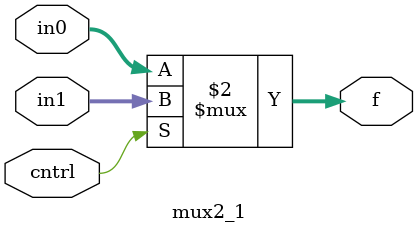
<source format=v>
`timescale 1ns / 1ps


module mux2_1(f,in0,in1,cntrl);
input[2:0] in0,in1;
input cntrl;
output reg[2:0] f;
always@ (in0, in1, cntrl)
    f=cntrl?in1:in0;
endmodule

</source>
